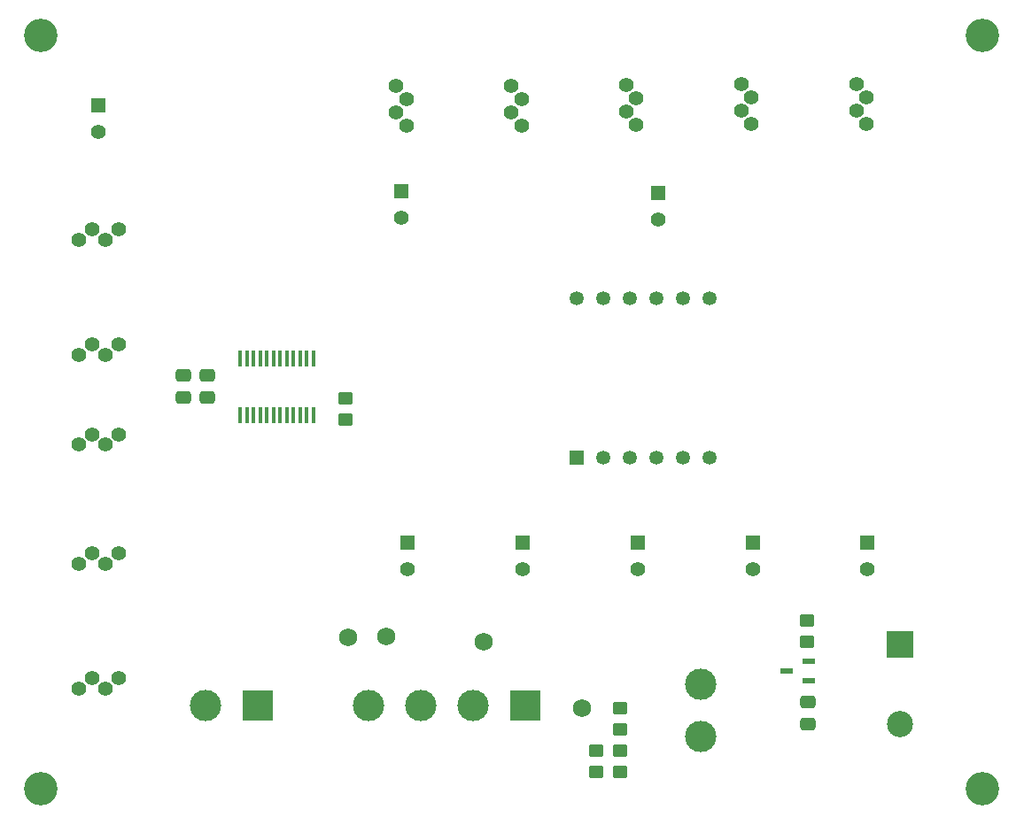
<source format=gbr>
%TF.GenerationSoftware,KiCad,Pcbnew,6.0.10-86aedd382b~118~ubuntu18.04.1*%
%TF.CreationDate,2024-06-09T23:27:39-03:00*%
%TF.ProjectId,salt_ihm,73616c74-5f69-4686-9d2e-6b696361645f,1.5*%
%TF.SameCoordinates,Original*%
%TF.FileFunction,Soldermask,Bot*%
%TF.FilePolarity,Negative*%
%FSLAX46Y46*%
G04 Gerber Fmt 4.6, Leading zero omitted, Abs format (unit mm)*
G04 Created by KiCad (PCBNEW 6.0.10-86aedd382b~118~ubuntu18.04.1) date 2024-06-09 23:27:39*
%MOMM*%
%LPD*%
G01*
G04 APERTURE LIST*
G04 Aperture macros list*
%AMRoundRect*
0 Rectangle with rounded corners*
0 $1 Rounding radius*
0 $2 $3 $4 $5 $6 $7 $8 $9 X,Y pos of 4 corners*
0 Add a 4 corners polygon primitive as box body*
4,1,4,$2,$3,$4,$5,$6,$7,$8,$9,$2,$3,0*
0 Add four circle primitives for the rounded corners*
1,1,$1+$1,$2,$3*
1,1,$1+$1,$4,$5*
1,1,$1+$1,$6,$7*
1,1,$1+$1,$8,$9*
0 Add four rect primitives between the rounded corners*
20,1,$1+$1,$2,$3,$4,$5,0*
20,1,$1+$1,$4,$5,$6,$7,0*
20,1,$1+$1,$6,$7,$8,$9,0*
20,1,$1+$1,$8,$9,$2,$3,0*%
G04 Aperture macros list end*
%ADD10C,1.400000*%
%ADD11R,1.400000X1.400000*%
%ADD12C,3.000000*%
%ADD13C,3.200000*%
%ADD14R,1.350000X1.350000*%
%ADD15C,1.350000*%
%ADD16R,0.435000X1.495000*%
%ADD17R,2.500000X2.500000*%
%ADD18C,2.500000*%
%ADD19RoundRect,0.250000X0.475000X-0.337500X0.475000X0.337500X-0.475000X0.337500X-0.475000X-0.337500X0*%
%ADD20C,1.734000*%
%ADD21RoundRect,0.250000X-0.450000X0.350000X-0.450000X-0.350000X0.450000X-0.350000X0.450000X0.350000X0*%
%ADD22R,3.000000X3.000000*%
%ADD23RoundRect,0.250000X0.450000X-0.350000X0.450000X0.350000X-0.450000X0.350000X-0.450000X-0.350000X0*%
%ADD24R,1.250000X0.600000*%
G04 APERTURE END LIST*
D10*
%TO.C,LED5*%
X129405000Y-113500000D03*
X128135000Y-114500000D03*
X126865000Y-113500000D03*
X125595000Y-114500000D03*
%TD*%
%TO.C,LED11*%
X200900000Y-72391000D03*
X199900000Y-71121000D03*
X200900000Y-69851000D03*
X199900000Y-68581000D03*
%TD*%
D11*
%TO.C,LED12*%
X156400000Y-78900000D03*
D10*
X156400000Y-81440000D03*
%TD*%
D11*
%TO.C,LED18*%
X201000000Y-112500000D03*
D10*
X201000000Y-115040000D03*
%TD*%
D12*
%TO.C,S1*%
X185000000Y-126000000D03*
X185000000Y-131000000D03*
%TD*%
D11*
%TO.C,LED14*%
X157000000Y-112500000D03*
D10*
X157000000Y-115040000D03*
%TD*%
%TO.C,LED2*%
X129405000Y-82500000D03*
X128135000Y-83500000D03*
X126865000Y-82500000D03*
X125595000Y-83500000D03*
%TD*%
%TO.C,LED8*%
X167900000Y-72605000D03*
X166900000Y-71335000D03*
X167900000Y-70065000D03*
X166900000Y-68795000D03*
%TD*%
D11*
%TO.C,LED13*%
X181000000Y-79000000D03*
D10*
X181000000Y-81540000D03*
%TD*%
D11*
%TO.C,LED17*%
X190000000Y-112500000D03*
D10*
X190000000Y-115040000D03*
%TD*%
D11*
%TO.C,LED15*%
X168000000Y-112500000D03*
D10*
X168000000Y-115040000D03*
%TD*%
%TO.C,LED6*%
X129405000Y-125400000D03*
X128135000Y-126400000D03*
X126865000Y-125400000D03*
X125595000Y-126400000D03*
%TD*%
D11*
%TO.C,LED1*%
X127500000Y-70670000D03*
D10*
X127500000Y-73210000D03*
%TD*%
D13*
%TO.C,H4*%
X212000000Y-136000000D03*
%TD*%
D11*
%TO.C,LED16*%
X179000000Y-112500000D03*
D10*
X179000000Y-115040000D03*
%TD*%
D13*
%TO.C,H1*%
X122000000Y-64000000D03*
%TD*%
D14*
%TO.C,DS1*%
X173150000Y-104320000D03*
D15*
X175690000Y-104320000D03*
X178230000Y-104320000D03*
X180770000Y-104320000D03*
X183310000Y-104320000D03*
X185850000Y-104320000D03*
X185850000Y-89080000D03*
X183310000Y-89080000D03*
X180770000Y-89080000D03*
X178230000Y-89080000D03*
X175690000Y-89080000D03*
X173150000Y-89080000D03*
%TD*%
D10*
%TO.C,LED10*%
X189900000Y-72405000D03*
X188900000Y-71135000D03*
X189900000Y-69865000D03*
X188900000Y-68595000D03*
%TD*%
D13*
%TO.C,H2*%
X212000000Y-64000000D03*
%TD*%
D10*
%TO.C,LED9*%
X178900000Y-72505000D03*
X177900000Y-71235000D03*
X178900000Y-69965000D03*
X177900000Y-68695000D03*
%TD*%
%TO.C,LED7*%
X156900000Y-72605000D03*
X155900000Y-71335000D03*
X156900000Y-70065000D03*
X155900000Y-68795000D03*
%TD*%
%TO.C,LED3*%
X129405000Y-93500000D03*
X128135000Y-94500000D03*
X126865000Y-93500000D03*
X125595000Y-94500000D03*
%TD*%
D13*
%TO.C,H3*%
X122000000Y-136000000D03*
%TD*%
D10*
%TO.C,LED4*%
X129405000Y-102116000D03*
X128135000Y-103116000D03*
X126865000Y-102116000D03*
X125595000Y-103116000D03*
%TD*%
D16*
%TO.C,IC1*%
X141034000Y-94834000D03*
X141668000Y-94834000D03*
X142304000Y-94834000D03*
X142938000Y-94834000D03*
X143574000Y-94834000D03*
X144208000Y-94834000D03*
X144844000Y-94834000D03*
X145478000Y-94834000D03*
X146114000Y-94834000D03*
X146748000Y-94834000D03*
X147384000Y-94834000D03*
X148018000Y-94834000D03*
X148018000Y-100238000D03*
X147384000Y-100238000D03*
X146748000Y-100238000D03*
X146114000Y-100238000D03*
X145478000Y-100238000D03*
X144844000Y-100238000D03*
X144208000Y-100238000D03*
X143574000Y-100238000D03*
X142938000Y-100238000D03*
X142304000Y-100238000D03*
X141668000Y-100238000D03*
X141034000Y-100238000D03*
%TD*%
D17*
%TO.C,LS1*%
X204112000Y-122200000D03*
D18*
X204112000Y-129800000D03*
%TD*%
D19*
%TO.C,C1*%
X195326000Y-129815500D03*
X195326000Y-127740500D03*
%TD*%
D20*
%TO.C,TP2*%
X164338000Y-121920000D03*
%TD*%
%TO.C,TP1*%
X173736000Y-128270000D03*
%TD*%
D21*
%TO.C,R1*%
X195222000Y-119952000D03*
X195222000Y-121952000D03*
%TD*%
D20*
%TO.C,TP4*%
X151310000Y-121500000D03*
%TD*%
D21*
%TO.C,R2*%
X177300000Y-128300000D03*
X177300000Y-130300000D03*
%TD*%
D19*
%TO.C,C2*%
X135636000Y-98577500D03*
X135636000Y-96502500D03*
%TD*%
%TO.C,C3*%
X137890000Y-98573500D03*
X137890000Y-96498500D03*
%TD*%
D22*
%TO.C,J1*%
X142708000Y-128076000D03*
D12*
X137708000Y-128076000D03*
%TD*%
D23*
%TO.C,R3*%
X177300000Y-134364000D03*
X177300000Y-132364000D03*
%TD*%
D20*
%TO.C,TP3*%
X155010000Y-121440000D03*
%TD*%
D21*
%TO.C,R5*%
X151070000Y-98680000D03*
X151070000Y-100680000D03*
%TD*%
D24*
%TO.C,Q1*%
X195377000Y-123807000D03*
X195377000Y-125717000D03*
X193277000Y-124762000D03*
%TD*%
D23*
%TO.C,R4*%
X175014000Y-134364000D03*
X175014000Y-132364000D03*
%TD*%
D22*
%TO.C,J2*%
X168282000Y-128076000D03*
D12*
X163282000Y-128076000D03*
X158282000Y-128076000D03*
X153282000Y-128076000D03*
%TD*%
M02*

</source>
